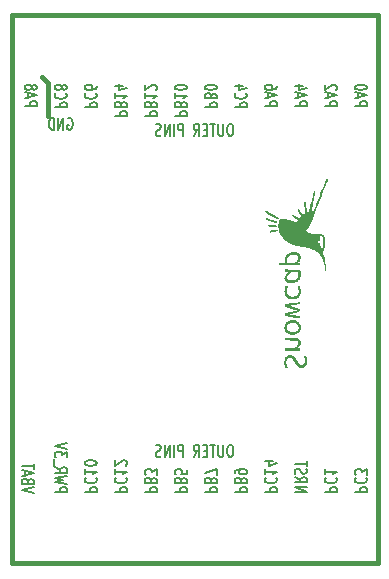
<source format=gbo>
G04 (created by PCBNEW-RS274X (2012-apr-16-27)-stable) date Sun 17 Nov 2013 02:19:30 PM EET*
G01*
G70*
G90*
%MOIN*%
G04 Gerber Fmt 3.4, Leading zero omitted, Abs format*
%FSLAX34Y34*%
G04 APERTURE LIST*
%ADD10C,0.006000*%
%ADD11C,0.015000*%
%ADD12C,0.007500*%
%ADD13C,0.000100*%
G04 APERTURE END LIST*
G54D10*
G54D11*
X26000Y-13700D02*
X25800Y-13500D01*
X26000Y-14800D02*
X26000Y-13700D01*
G54D12*
X26671Y-14881D02*
X26700Y-14862D01*
X26743Y-14862D01*
X26786Y-14881D01*
X26814Y-14919D01*
X26829Y-14957D01*
X26843Y-15033D01*
X26843Y-15090D01*
X26829Y-15167D01*
X26814Y-15205D01*
X26786Y-15243D01*
X26743Y-15262D01*
X26714Y-15262D01*
X26671Y-15243D01*
X26657Y-15224D01*
X26657Y-15090D01*
X26714Y-15090D01*
X26529Y-15262D02*
X26529Y-14862D01*
X26357Y-15262D01*
X26357Y-14862D01*
X26215Y-15262D02*
X26215Y-14862D01*
X26143Y-14862D01*
X26100Y-14881D01*
X26072Y-14919D01*
X26057Y-14957D01*
X26043Y-15033D01*
X26043Y-15090D01*
X26057Y-15167D01*
X26072Y-15205D01*
X26100Y-15243D01*
X26143Y-15262D01*
X26215Y-15262D01*
X36238Y-14472D02*
X36638Y-14472D01*
X36638Y-14357D01*
X36619Y-14329D01*
X36600Y-14314D01*
X36562Y-14300D01*
X36505Y-14300D01*
X36467Y-14314D01*
X36448Y-14329D01*
X36429Y-14357D01*
X36429Y-14472D01*
X36352Y-14186D02*
X36352Y-14043D01*
X36238Y-14214D02*
X36638Y-14114D01*
X36238Y-14014D01*
X36638Y-13857D02*
X36638Y-13829D01*
X36619Y-13800D01*
X36600Y-13786D01*
X36562Y-13772D01*
X36486Y-13757D01*
X36390Y-13757D01*
X36314Y-13772D01*
X36276Y-13786D01*
X36257Y-13800D01*
X36238Y-13829D01*
X36238Y-13857D01*
X36257Y-13886D01*
X36276Y-13900D01*
X36314Y-13915D01*
X36390Y-13929D01*
X36486Y-13929D01*
X36562Y-13915D01*
X36600Y-13900D01*
X36619Y-13886D01*
X36638Y-13857D01*
X35238Y-14472D02*
X35638Y-14472D01*
X35638Y-14357D01*
X35619Y-14329D01*
X35600Y-14314D01*
X35562Y-14300D01*
X35505Y-14300D01*
X35467Y-14314D01*
X35448Y-14329D01*
X35429Y-14357D01*
X35429Y-14472D01*
X35352Y-14186D02*
X35352Y-14043D01*
X35238Y-14214D02*
X35638Y-14114D01*
X35238Y-14014D01*
X35600Y-13929D02*
X35619Y-13915D01*
X35638Y-13886D01*
X35638Y-13815D01*
X35619Y-13786D01*
X35600Y-13772D01*
X35562Y-13757D01*
X35524Y-13757D01*
X35467Y-13772D01*
X35238Y-13943D01*
X35238Y-13757D01*
X34238Y-14472D02*
X34638Y-14472D01*
X34638Y-14357D01*
X34619Y-14329D01*
X34600Y-14314D01*
X34562Y-14300D01*
X34505Y-14300D01*
X34467Y-14314D01*
X34448Y-14329D01*
X34429Y-14357D01*
X34429Y-14472D01*
X34352Y-14186D02*
X34352Y-14043D01*
X34238Y-14214D02*
X34638Y-14114D01*
X34238Y-14014D01*
X34505Y-13786D02*
X34238Y-13786D01*
X34657Y-13857D02*
X34371Y-13929D01*
X34371Y-13743D01*
X33238Y-14472D02*
X33638Y-14472D01*
X33638Y-14357D01*
X33619Y-14329D01*
X33600Y-14314D01*
X33562Y-14300D01*
X33505Y-14300D01*
X33467Y-14314D01*
X33448Y-14329D01*
X33429Y-14357D01*
X33429Y-14472D01*
X33352Y-14186D02*
X33352Y-14043D01*
X33238Y-14214D02*
X33638Y-14114D01*
X33238Y-14014D01*
X33638Y-13786D02*
X33638Y-13843D01*
X33619Y-13872D01*
X33600Y-13886D01*
X33543Y-13915D01*
X33467Y-13929D01*
X33314Y-13929D01*
X33276Y-13915D01*
X33257Y-13900D01*
X33238Y-13872D01*
X33238Y-13815D01*
X33257Y-13786D01*
X33276Y-13772D01*
X33314Y-13757D01*
X33410Y-13757D01*
X33448Y-13772D01*
X33467Y-13786D01*
X33486Y-13815D01*
X33486Y-13872D01*
X33467Y-13900D01*
X33448Y-13915D01*
X33410Y-13929D01*
X32238Y-14515D02*
X32638Y-14515D01*
X32638Y-14400D01*
X32619Y-14372D01*
X32600Y-14357D01*
X32562Y-14343D01*
X32505Y-14343D01*
X32467Y-14357D01*
X32448Y-14372D01*
X32429Y-14400D01*
X32429Y-14515D01*
X32276Y-14043D02*
X32257Y-14057D01*
X32238Y-14100D01*
X32238Y-14129D01*
X32257Y-14172D01*
X32295Y-14200D01*
X32333Y-14215D01*
X32410Y-14229D01*
X32467Y-14229D01*
X32543Y-14215D01*
X32581Y-14200D01*
X32619Y-14172D01*
X32638Y-14129D01*
X32638Y-14100D01*
X32619Y-14057D01*
X32600Y-14043D01*
X32505Y-13786D02*
X32238Y-13786D01*
X32657Y-13857D02*
X32371Y-13929D01*
X32371Y-13743D01*
X31238Y-14515D02*
X31638Y-14515D01*
X31638Y-14400D01*
X31619Y-14372D01*
X31600Y-14357D01*
X31562Y-14343D01*
X31505Y-14343D01*
X31467Y-14357D01*
X31448Y-14372D01*
X31429Y-14400D01*
X31429Y-14515D01*
X31448Y-14115D02*
X31429Y-14072D01*
X31410Y-14057D01*
X31371Y-14043D01*
X31314Y-14043D01*
X31276Y-14057D01*
X31257Y-14072D01*
X31238Y-14100D01*
X31238Y-14215D01*
X31638Y-14215D01*
X31638Y-14115D01*
X31619Y-14086D01*
X31600Y-14072D01*
X31562Y-14057D01*
X31524Y-14057D01*
X31486Y-14072D01*
X31467Y-14086D01*
X31448Y-14115D01*
X31448Y-14215D01*
X31638Y-13857D02*
X31638Y-13829D01*
X31619Y-13800D01*
X31600Y-13786D01*
X31562Y-13772D01*
X31486Y-13757D01*
X31390Y-13757D01*
X31314Y-13772D01*
X31276Y-13786D01*
X31257Y-13800D01*
X31238Y-13829D01*
X31238Y-13857D01*
X31257Y-13886D01*
X31276Y-13900D01*
X31314Y-13915D01*
X31390Y-13929D01*
X31486Y-13929D01*
X31562Y-13915D01*
X31600Y-13900D01*
X31619Y-13886D01*
X31638Y-13857D01*
X30238Y-14801D02*
X30638Y-14801D01*
X30638Y-14686D01*
X30619Y-14658D01*
X30600Y-14643D01*
X30562Y-14629D01*
X30505Y-14629D01*
X30467Y-14643D01*
X30448Y-14658D01*
X30429Y-14686D01*
X30429Y-14801D01*
X30448Y-14401D02*
X30429Y-14358D01*
X30410Y-14343D01*
X30371Y-14329D01*
X30314Y-14329D01*
X30276Y-14343D01*
X30257Y-14358D01*
X30238Y-14386D01*
X30238Y-14501D01*
X30638Y-14501D01*
X30638Y-14401D01*
X30619Y-14372D01*
X30600Y-14358D01*
X30562Y-14343D01*
X30524Y-14343D01*
X30486Y-14358D01*
X30467Y-14372D01*
X30448Y-14401D01*
X30448Y-14501D01*
X30238Y-14043D02*
X30238Y-14215D01*
X30238Y-14129D02*
X30638Y-14129D01*
X30581Y-14158D01*
X30543Y-14186D01*
X30524Y-14215D01*
X30638Y-13857D02*
X30638Y-13829D01*
X30619Y-13800D01*
X30600Y-13786D01*
X30562Y-13772D01*
X30486Y-13757D01*
X30390Y-13757D01*
X30314Y-13772D01*
X30276Y-13786D01*
X30257Y-13800D01*
X30238Y-13829D01*
X30238Y-13857D01*
X30257Y-13886D01*
X30276Y-13900D01*
X30314Y-13915D01*
X30390Y-13929D01*
X30486Y-13929D01*
X30562Y-13915D01*
X30600Y-13900D01*
X30619Y-13886D01*
X30638Y-13857D01*
X29238Y-14801D02*
X29638Y-14801D01*
X29638Y-14686D01*
X29619Y-14658D01*
X29600Y-14643D01*
X29562Y-14629D01*
X29505Y-14629D01*
X29467Y-14643D01*
X29448Y-14658D01*
X29429Y-14686D01*
X29429Y-14801D01*
X29448Y-14401D02*
X29429Y-14358D01*
X29410Y-14343D01*
X29371Y-14329D01*
X29314Y-14329D01*
X29276Y-14343D01*
X29257Y-14358D01*
X29238Y-14386D01*
X29238Y-14501D01*
X29638Y-14501D01*
X29638Y-14401D01*
X29619Y-14372D01*
X29600Y-14358D01*
X29562Y-14343D01*
X29524Y-14343D01*
X29486Y-14358D01*
X29467Y-14372D01*
X29448Y-14401D01*
X29448Y-14501D01*
X29238Y-14043D02*
X29238Y-14215D01*
X29238Y-14129D02*
X29638Y-14129D01*
X29581Y-14158D01*
X29543Y-14186D01*
X29524Y-14215D01*
X29600Y-13929D02*
X29619Y-13915D01*
X29638Y-13886D01*
X29638Y-13815D01*
X29619Y-13786D01*
X29600Y-13772D01*
X29562Y-13757D01*
X29524Y-13757D01*
X29467Y-13772D01*
X29238Y-13943D01*
X29238Y-13757D01*
X28238Y-14801D02*
X28638Y-14801D01*
X28638Y-14686D01*
X28619Y-14658D01*
X28600Y-14643D01*
X28562Y-14629D01*
X28505Y-14629D01*
X28467Y-14643D01*
X28448Y-14658D01*
X28429Y-14686D01*
X28429Y-14801D01*
X28448Y-14401D02*
X28429Y-14358D01*
X28410Y-14343D01*
X28371Y-14329D01*
X28314Y-14329D01*
X28276Y-14343D01*
X28257Y-14358D01*
X28238Y-14386D01*
X28238Y-14501D01*
X28638Y-14501D01*
X28638Y-14401D01*
X28619Y-14372D01*
X28600Y-14358D01*
X28562Y-14343D01*
X28524Y-14343D01*
X28486Y-14358D01*
X28467Y-14372D01*
X28448Y-14401D01*
X28448Y-14501D01*
X28238Y-14043D02*
X28238Y-14215D01*
X28238Y-14129D02*
X28638Y-14129D01*
X28581Y-14158D01*
X28543Y-14186D01*
X28524Y-14215D01*
X28505Y-13786D02*
X28238Y-13786D01*
X28657Y-13857D02*
X28371Y-13929D01*
X28371Y-13743D01*
X27238Y-14515D02*
X27638Y-14515D01*
X27638Y-14400D01*
X27619Y-14372D01*
X27600Y-14357D01*
X27562Y-14343D01*
X27505Y-14343D01*
X27467Y-14357D01*
X27448Y-14372D01*
X27429Y-14400D01*
X27429Y-14515D01*
X27276Y-14043D02*
X27257Y-14057D01*
X27238Y-14100D01*
X27238Y-14129D01*
X27257Y-14172D01*
X27295Y-14200D01*
X27333Y-14215D01*
X27410Y-14229D01*
X27467Y-14229D01*
X27543Y-14215D01*
X27581Y-14200D01*
X27619Y-14172D01*
X27638Y-14129D01*
X27638Y-14100D01*
X27619Y-14057D01*
X27600Y-14043D01*
X27638Y-13786D02*
X27638Y-13843D01*
X27619Y-13872D01*
X27600Y-13886D01*
X27543Y-13915D01*
X27467Y-13929D01*
X27314Y-13929D01*
X27276Y-13915D01*
X27257Y-13900D01*
X27238Y-13872D01*
X27238Y-13815D01*
X27257Y-13786D01*
X27276Y-13772D01*
X27314Y-13757D01*
X27410Y-13757D01*
X27448Y-13772D01*
X27467Y-13786D01*
X27486Y-13815D01*
X27486Y-13872D01*
X27467Y-13900D01*
X27448Y-13915D01*
X27410Y-13929D01*
X26238Y-14515D02*
X26638Y-14515D01*
X26638Y-14400D01*
X26619Y-14372D01*
X26600Y-14357D01*
X26562Y-14343D01*
X26505Y-14343D01*
X26467Y-14357D01*
X26448Y-14372D01*
X26429Y-14400D01*
X26429Y-14515D01*
X26276Y-14043D02*
X26257Y-14057D01*
X26238Y-14100D01*
X26238Y-14129D01*
X26257Y-14172D01*
X26295Y-14200D01*
X26333Y-14215D01*
X26410Y-14229D01*
X26467Y-14229D01*
X26543Y-14215D01*
X26581Y-14200D01*
X26619Y-14172D01*
X26638Y-14129D01*
X26638Y-14100D01*
X26619Y-14057D01*
X26600Y-14043D01*
X26467Y-13872D02*
X26486Y-13900D01*
X26505Y-13915D01*
X26543Y-13929D01*
X26562Y-13929D01*
X26600Y-13915D01*
X26619Y-13900D01*
X26638Y-13872D01*
X26638Y-13815D01*
X26619Y-13786D01*
X26600Y-13772D01*
X26562Y-13757D01*
X26543Y-13757D01*
X26505Y-13772D01*
X26486Y-13786D01*
X26467Y-13815D01*
X26467Y-13872D01*
X26448Y-13900D01*
X26429Y-13915D01*
X26390Y-13929D01*
X26314Y-13929D01*
X26276Y-13915D01*
X26257Y-13900D01*
X26238Y-13872D01*
X26238Y-13815D01*
X26257Y-13786D01*
X26276Y-13772D01*
X26314Y-13757D01*
X26390Y-13757D01*
X26429Y-13772D01*
X26448Y-13786D01*
X26467Y-13815D01*
X25238Y-14472D02*
X25638Y-14472D01*
X25638Y-14357D01*
X25619Y-14329D01*
X25600Y-14314D01*
X25562Y-14300D01*
X25505Y-14300D01*
X25467Y-14314D01*
X25448Y-14329D01*
X25429Y-14357D01*
X25429Y-14472D01*
X25352Y-14186D02*
X25352Y-14043D01*
X25238Y-14214D02*
X25638Y-14114D01*
X25238Y-14014D01*
X25467Y-13872D02*
X25486Y-13900D01*
X25505Y-13915D01*
X25543Y-13929D01*
X25562Y-13929D01*
X25600Y-13915D01*
X25619Y-13900D01*
X25638Y-13872D01*
X25638Y-13815D01*
X25619Y-13786D01*
X25600Y-13772D01*
X25562Y-13757D01*
X25543Y-13757D01*
X25505Y-13772D01*
X25486Y-13786D01*
X25467Y-13815D01*
X25467Y-13872D01*
X25448Y-13900D01*
X25429Y-13915D01*
X25390Y-13929D01*
X25314Y-13929D01*
X25276Y-13915D01*
X25257Y-13900D01*
X25238Y-13872D01*
X25238Y-13815D01*
X25257Y-13786D01*
X25276Y-13772D01*
X25314Y-13757D01*
X25390Y-13757D01*
X25429Y-13772D01*
X25448Y-13786D01*
X25467Y-13815D01*
X32121Y-15062D02*
X32064Y-15062D01*
X32036Y-15081D01*
X32007Y-15119D01*
X31993Y-15195D01*
X31993Y-15329D01*
X32007Y-15405D01*
X32036Y-15443D01*
X32064Y-15462D01*
X32121Y-15462D01*
X32150Y-15443D01*
X32179Y-15405D01*
X32193Y-15329D01*
X32193Y-15195D01*
X32179Y-15119D01*
X32150Y-15081D01*
X32121Y-15062D01*
X31865Y-15062D02*
X31865Y-15386D01*
X31850Y-15424D01*
X31836Y-15443D01*
X31807Y-15462D01*
X31750Y-15462D01*
X31722Y-15443D01*
X31707Y-15424D01*
X31693Y-15386D01*
X31693Y-15062D01*
X31593Y-15062D02*
X31422Y-15062D01*
X31508Y-15462D02*
X31508Y-15062D01*
X31322Y-15252D02*
X31222Y-15252D01*
X31179Y-15462D02*
X31322Y-15462D01*
X31322Y-15062D01*
X31179Y-15062D01*
X30879Y-15462D02*
X30979Y-15271D01*
X31051Y-15462D02*
X31051Y-15062D01*
X30936Y-15062D01*
X30908Y-15081D01*
X30893Y-15100D01*
X30879Y-15138D01*
X30879Y-15195D01*
X30893Y-15233D01*
X30908Y-15252D01*
X30936Y-15271D01*
X31051Y-15271D01*
X30522Y-15462D02*
X30522Y-15062D01*
X30407Y-15062D01*
X30379Y-15081D01*
X30364Y-15100D01*
X30350Y-15138D01*
X30350Y-15195D01*
X30364Y-15233D01*
X30379Y-15252D01*
X30407Y-15271D01*
X30522Y-15271D01*
X30222Y-15462D02*
X30222Y-15062D01*
X30079Y-15462D02*
X30079Y-15062D01*
X29907Y-15462D01*
X29907Y-15062D01*
X29779Y-15443D02*
X29736Y-15462D01*
X29665Y-15462D01*
X29636Y-15443D01*
X29622Y-15424D01*
X29607Y-15386D01*
X29607Y-15348D01*
X29622Y-15310D01*
X29636Y-15290D01*
X29665Y-15271D01*
X29722Y-15252D01*
X29750Y-15233D01*
X29765Y-15214D01*
X29779Y-15176D01*
X29779Y-15138D01*
X29765Y-15100D01*
X29750Y-15081D01*
X29722Y-15062D01*
X29650Y-15062D01*
X29607Y-15081D01*
X36238Y-27329D02*
X36638Y-27329D01*
X36638Y-27214D01*
X36619Y-27186D01*
X36600Y-27171D01*
X36562Y-27157D01*
X36505Y-27157D01*
X36467Y-27171D01*
X36448Y-27186D01*
X36429Y-27214D01*
X36429Y-27329D01*
X36276Y-26857D02*
X36257Y-26871D01*
X36238Y-26914D01*
X36238Y-26943D01*
X36257Y-26986D01*
X36295Y-27014D01*
X36333Y-27029D01*
X36410Y-27043D01*
X36467Y-27043D01*
X36543Y-27029D01*
X36581Y-27014D01*
X36619Y-26986D01*
X36638Y-26943D01*
X36638Y-26914D01*
X36619Y-26871D01*
X36600Y-26857D01*
X36638Y-26757D02*
X36638Y-26571D01*
X36486Y-26671D01*
X36486Y-26629D01*
X36467Y-26600D01*
X36448Y-26586D01*
X36410Y-26571D01*
X36314Y-26571D01*
X36276Y-26586D01*
X36257Y-26600D01*
X36238Y-26629D01*
X36238Y-26714D01*
X36257Y-26743D01*
X36276Y-26757D01*
X35238Y-27329D02*
X35638Y-27329D01*
X35638Y-27214D01*
X35619Y-27186D01*
X35600Y-27171D01*
X35562Y-27157D01*
X35505Y-27157D01*
X35467Y-27171D01*
X35448Y-27186D01*
X35429Y-27214D01*
X35429Y-27329D01*
X35276Y-26857D02*
X35257Y-26871D01*
X35238Y-26914D01*
X35238Y-26943D01*
X35257Y-26986D01*
X35295Y-27014D01*
X35333Y-27029D01*
X35410Y-27043D01*
X35467Y-27043D01*
X35543Y-27029D01*
X35581Y-27014D01*
X35619Y-26986D01*
X35638Y-26943D01*
X35638Y-26914D01*
X35619Y-26871D01*
X35600Y-26857D01*
X35238Y-26571D02*
X35238Y-26743D01*
X35238Y-26657D02*
X35638Y-26657D01*
X35581Y-26686D01*
X35543Y-26714D01*
X35524Y-26743D01*
X34238Y-27329D02*
X34638Y-27329D01*
X34238Y-27157D01*
X34638Y-27157D01*
X34238Y-26843D02*
X34429Y-26943D01*
X34238Y-27015D02*
X34638Y-27015D01*
X34638Y-26900D01*
X34619Y-26872D01*
X34600Y-26857D01*
X34562Y-26843D01*
X34505Y-26843D01*
X34467Y-26857D01*
X34448Y-26872D01*
X34429Y-26900D01*
X34429Y-27015D01*
X34257Y-26729D02*
X34238Y-26686D01*
X34238Y-26615D01*
X34257Y-26586D01*
X34276Y-26572D01*
X34314Y-26557D01*
X34352Y-26557D01*
X34390Y-26572D01*
X34410Y-26586D01*
X34429Y-26615D01*
X34448Y-26672D01*
X34467Y-26700D01*
X34486Y-26715D01*
X34524Y-26729D01*
X34562Y-26729D01*
X34600Y-26715D01*
X34619Y-26700D01*
X34638Y-26672D01*
X34638Y-26600D01*
X34619Y-26557D01*
X34638Y-26471D02*
X34638Y-26300D01*
X34238Y-26386D02*
X34638Y-26386D01*
X33238Y-27329D02*
X33638Y-27329D01*
X33638Y-27214D01*
X33619Y-27186D01*
X33600Y-27171D01*
X33562Y-27157D01*
X33505Y-27157D01*
X33467Y-27171D01*
X33448Y-27186D01*
X33429Y-27214D01*
X33429Y-27329D01*
X33276Y-26857D02*
X33257Y-26871D01*
X33238Y-26914D01*
X33238Y-26943D01*
X33257Y-26986D01*
X33295Y-27014D01*
X33333Y-27029D01*
X33410Y-27043D01*
X33467Y-27043D01*
X33543Y-27029D01*
X33581Y-27014D01*
X33619Y-26986D01*
X33638Y-26943D01*
X33638Y-26914D01*
X33619Y-26871D01*
X33600Y-26857D01*
X33238Y-26571D02*
X33238Y-26743D01*
X33238Y-26657D02*
X33638Y-26657D01*
X33581Y-26686D01*
X33543Y-26714D01*
X33524Y-26743D01*
X33505Y-26314D02*
X33238Y-26314D01*
X33657Y-26385D02*
X33371Y-26457D01*
X33371Y-26271D01*
X32238Y-27329D02*
X32638Y-27329D01*
X32638Y-27214D01*
X32619Y-27186D01*
X32600Y-27171D01*
X32562Y-27157D01*
X32505Y-27157D01*
X32467Y-27171D01*
X32448Y-27186D01*
X32429Y-27214D01*
X32429Y-27329D01*
X32448Y-26929D02*
X32429Y-26886D01*
X32410Y-26871D01*
X32371Y-26857D01*
X32314Y-26857D01*
X32276Y-26871D01*
X32257Y-26886D01*
X32238Y-26914D01*
X32238Y-27029D01*
X32638Y-27029D01*
X32638Y-26929D01*
X32619Y-26900D01*
X32600Y-26886D01*
X32562Y-26871D01*
X32524Y-26871D01*
X32486Y-26886D01*
X32467Y-26900D01*
X32448Y-26929D01*
X32448Y-27029D01*
X32238Y-26714D02*
X32238Y-26657D01*
X32257Y-26629D01*
X32276Y-26614D01*
X32333Y-26586D01*
X32410Y-26571D01*
X32562Y-26571D01*
X32600Y-26586D01*
X32619Y-26600D01*
X32638Y-26629D01*
X32638Y-26686D01*
X32619Y-26714D01*
X32600Y-26729D01*
X32562Y-26743D01*
X32467Y-26743D01*
X32429Y-26729D01*
X32410Y-26714D01*
X32390Y-26686D01*
X32390Y-26629D01*
X32410Y-26600D01*
X32429Y-26586D01*
X32467Y-26571D01*
X31238Y-27329D02*
X31638Y-27329D01*
X31638Y-27214D01*
X31619Y-27186D01*
X31600Y-27171D01*
X31562Y-27157D01*
X31505Y-27157D01*
X31467Y-27171D01*
X31448Y-27186D01*
X31429Y-27214D01*
X31429Y-27329D01*
X31448Y-26929D02*
X31429Y-26886D01*
X31410Y-26871D01*
X31371Y-26857D01*
X31314Y-26857D01*
X31276Y-26871D01*
X31257Y-26886D01*
X31238Y-26914D01*
X31238Y-27029D01*
X31638Y-27029D01*
X31638Y-26929D01*
X31619Y-26900D01*
X31600Y-26886D01*
X31562Y-26871D01*
X31524Y-26871D01*
X31486Y-26886D01*
X31467Y-26900D01*
X31448Y-26929D01*
X31448Y-27029D01*
X31638Y-26757D02*
X31638Y-26557D01*
X31238Y-26686D01*
X30238Y-27329D02*
X30638Y-27329D01*
X30638Y-27214D01*
X30619Y-27186D01*
X30600Y-27171D01*
X30562Y-27157D01*
X30505Y-27157D01*
X30467Y-27171D01*
X30448Y-27186D01*
X30429Y-27214D01*
X30429Y-27329D01*
X30448Y-26929D02*
X30429Y-26886D01*
X30410Y-26871D01*
X30371Y-26857D01*
X30314Y-26857D01*
X30276Y-26871D01*
X30257Y-26886D01*
X30238Y-26914D01*
X30238Y-27029D01*
X30638Y-27029D01*
X30638Y-26929D01*
X30619Y-26900D01*
X30600Y-26886D01*
X30562Y-26871D01*
X30524Y-26871D01*
X30486Y-26886D01*
X30467Y-26900D01*
X30448Y-26929D01*
X30448Y-27029D01*
X30638Y-26586D02*
X30638Y-26729D01*
X30448Y-26743D01*
X30467Y-26729D01*
X30486Y-26700D01*
X30486Y-26629D01*
X30467Y-26600D01*
X30448Y-26586D01*
X30410Y-26571D01*
X30314Y-26571D01*
X30276Y-26586D01*
X30257Y-26600D01*
X30238Y-26629D01*
X30238Y-26700D01*
X30257Y-26729D01*
X30276Y-26743D01*
X29238Y-27329D02*
X29638Y-27329D01*
X29638Y-27214D01*
X29619Y-27186D01*
X29600Y-27171D01*
X29562Y-27157D01*
X29505Y-27157D01*
X29467Y-27171D01*
X29448Y-27186D01*
X29429Y-27214D01*
X29429Y-27329D01*
X29448Y-26929D02*
X29429Y-26886D01*
X29410Y-26871D01*
X29371Y-26857D01*
X29314Y-26857D01*
X29276Y-26871D01*
X29257Y-26886D01*
X29238Y-26914D01*
X29238Y-27029D01*
X29638Y-27029D01*
X29638Y-26929D01*
X29619Y-26900D01*
X29600Y-26886D01*
X29562Y-26871D01*
X29524Y-26871D01*
X29486Y-26886D01*
X29467Y-26900D01*
X29448Y-26929D01*
X29448Y-27029D01*
X29638Y-26757D02*
X29638Y-26571D01*
X29486Y-26671D01*
X29486Y-26629D01*
X29467Y-26600D01*
X29448Y-26586D01*
X29410Y-26571D01*
X29314Y-26571D01*
X29276Y-26586D01*
X29257Y-26600D01*
X29238Y-26629D01*
X29238Y-26714D01*
X29257Y-26743D01*
X29276Y-26757D01*
X28238Y-27329D02*
X28638Y-27329D01*
X28638Y-27214D01*
X28619Y-27186D01*
X28600Y-27171D01*
X28562Y-27157D01*
X28505Y-27157D01*
X28467Y-27171D01*
X28448Y-27186D01*
X28429Y-27214D01*
X28429Y-27329D01*
X28276Y-26857D02*
X28257Y-26871D01*
X28238Y-26914D01*
X28238Y-26943D01*
X28257Y-26986D01*
X28295Y-27014D01*
X28333Y-27029D01*
X28410Y-27043D01*
X28467Y-27043D01*
X28543Y-27029D01*
X28581Y-27014D01*
X28619Y-26986D01*
X28638Y-26943D01*
X28638Y-26914D01*
X28619Y-26871D01*
X28600Y-26857D01*
X28238Y-26571D02*
X28238Y-26743D01*
X28238Y-26657D02*
X28638Y-26657D01*
X28581Y-26686D01*
X28543Y-26714D01*
X28524Y-26743D01*
X28600Y-26457D02*
X28619Y-26443D01*
X28638Y-26414D01*
X28638Y-26343D01*
X28619Y-26314D01*
X28600Y-26300D01*
X28562Y-26285D01*
X28524Y-26285D01*
X28467Y-26300D01*
X28238Y-26471D01*
X28238Y-26285D01*
X27238Y-27329D02*
X27638Y-27329D01*
X27638Y-27214D01*
X27619Y-27186D01*
X27600Y-27171D01*
X27562Y-27157D01*
X27505Y-27157D01*
X27467Y-27171D01*
X27448Y-27186D01*
X27429Y-27214D01*
X27429Y-27329D01*
X27276Y-26857D02*
X27257Y-26871D01*
X27238Y-26914D01*
X27238Y-26943D01*
X27257Y-26986D01*
X27295Y-27014D01*
X27333Y-27029D01*
X27410Y-27043D01*
X27467Y-27043D01*
X27543Y-27029D01*
X27581Y-27014D01*
X27619Y-26986D01*
X27638Y-26943D01*
X27638Y-26914D01*
X27619Y-26871D01*
X27600Y-26857D01*
X27238Y-26571D02*
X27238Y-26743D01*
X27238Y-26657D02*
X27638Y-26657D01*
X27581Y-26686D01*
X27543Y-26714D01*
X27524Y-26743D01*
X27638Y-26385D02*
X27638Y-26357D01*
X27619Y-26328D01*
X27600Y-26314D01*
X27562Y-26300D01*
X27486Y-26285D01*
X27390Y-26285D01*
X27314Y-26300D01*
X27276Y-26314D01*
X27257Y-26328D01*
X27238Y-26357D01*
X27238Y-26385D01*
X27257Y-26414D01*
X27276Y-26428D01*
X27314Y-26443D01*
X27390Y-26457D01*
X27486Y-26457D01*
X27562Y-26443D01*
X27600Y-26428D01*
X27619Y-26414D01*
X27638Y-26385D01*
X26238Y-27329D02*
X26638Y-27329D01*
X26638Y-27214D01*
X26619Y-27186D01*
X26600Y-27171D01*
X26562Y-27157D01*
X26505Y-27157D01*
X26467Y-27171D01*
X26448Y-27186D01*
X26429Y-27214D01*
X26429Y-27329D01*
X26638Y-27057D02*
X26238Y-26986D01*
X26524Y-26929D01*
X26238Y-26871D01*
X26638Y-26800D01*
X26238Y-26514D02*
X26429Y-26614D01*
X26238Y-26686D02*
X26638Y-26686D01*
X26638Y-26571D01*
X26619Y-26543D01*
X26600Y-26528D01*
X26562Y-26514D01*
X26505Y-26514D01*
X26467Y-26528D01*
X26448Y-26543D01*
X26429Y-26571D01*
X26429Y-26686D01*
X26200Y-26457D02*
X26200Y-26228D01*
X26638Y-26185D02*
X26638Y-25999D01*
X26486Y-26099D01*
X26486Y-26057D01*
X26467Y-26028D01*
X26448Y-26014D01*
X26410Y-25999D01*
X26314Y-25999D01*
X26276Y-26014D01*
X26257Y-26028D01*
X26238Y-26057D01*
X26238Y-26142D01*
X26257Y-26171D01*
X26276Y-26185D01*
X26638Y-25913D02*
X26238Y-25813D01*
X26638Y-25713D01*
X25538Y-27371D02*
X25138Y-27271D01*
X25538Y-27171D01*
X25348Y-26972D02*
X25329Y-26929D01*
X25310Y-26914D01*
X25271Y-26900D01*
X25214Y-26900D01*
X25176Y-26914D01*
X25157Y-26929D01*
X25138Y-26957D01*
X25138Y-27072D01*
X25538Y-27072D01*
X25538Y-26972D01*
X25519Y-26943D01*
X25500Y-26929D01*
X25462Y-26914D01*
X25424Y-26914D01*
X25386Y-26929D01*
X25367Y-26943D01*
X25348Y-26972D01*
X25348Y-27072D01*
X25252Y-26786D02*
X25252Y-26643D01*
X25138Y-26814D02*
X25538Y-26714D01*
X25138Y-26614D01*
X25538Y-26557D02*
X25538Y-26386D01*
X25138Y-26472D02*
X25538Y-26472D01*
X32121Y-25762D02*
X32064Y-25762D01*
X32036Y-25781D01*
X32007Y-25819D01*
X31993Y-25895D01*
X31993Y-26029D01*
X32007Y-26105D01*
X32036Y-26143D01*
X32064Y-26162D01*
X32121Y-26162D01*
X32150Y-26143D01*
X32179Y-26105D01*
X32193Y-26029D01*
X32193Y-25895D01*
X32179Y-25819D01*
X32150Y-25781D01*
X32121Y-25762D01*
X31865Y-25762D02*
X31865Y-26086D01*
X31850Y-26124D01*
X31836Y-26143D01*
X31807Y-26162D01*
X31750Y-26162D01*
X31722Y-26143D01*
X31707Y-26124D01*
X31693Y-26086D01*
X31693Y-25762D01*
X31593Y-25762D02*
X31422Y-25762D01*
X31508Y-26162D02*
X31508Y-25762D01*
X31322Y-25952D02*
X31222Y-25952D01*
X31179Y-26162D02*
X31322Y-26162D01*
X31322Y-25762D01*
X31179Y-25762D01*
X30879Y-26162D02*
X30979Y-25971D01*
X31051Y-26162D02*
X31051Y-25762D01*
X30936Y-25762D01*
X30908Y-25781D01*
X30893Y-25800D01*
X30879Y-25838D01*
X30879Y-25895D01*
X30893Y-25933D01*
X30908Y-25952D01*
X30936Y-25971D01*
X31051Y-25971D01*
X30522Y-26162D02*
X30522Y-25762D01*
X30407Y-25762D01*
X30379Y-25781D01*
X30364Y-25800D01*
X30350Y-25838D01*
X30350Y-25895D01*
X30364Y-25933D01*
X30379Y-25952D01*
X30407Y-25971D01*
X30522Y-25971D01*
X30222Y-26162D02*
X30222Y-25762D01*
X30079Y-26162D02*
X30079Y-25762D01*
X29907Y-26162D01*
X29907Y-25762D01*
X29779Y-26143D02*
X29736Y-26162D01*
X29665Y-26162D01*
X29636Y-26143D01*
X29622Y-26124D01*
X29607Y-26086D01*
X29607Y-26048D01*
X29622Y-26010D01*
X29636Y-25990D01*
X29665Y-25971D01*
X29722Y-25952D01*
X29750Y-25933D01*
X29765Y-25914D01*
X29779Y-25876D01*
X29779Y-25838D01*
X29765Y-25800D01*
X29750Y-25781D01*
X29722Y-25762D01*
X29650Y-25762D01*
X29607Y-25781D01*
G54D11*
X24800Y-29700D02*
X24800Y-11450D01*
X37000Y-29700D02*
X24800Y-29700D01*
X37000Y-11450D02*
X37000Y-29700D01*
X24800Y-11450D02*
X37000Y-11450D01*
G54D13*
G36*
X33678Y-18238D02*
X33671Y-18236D01*
X33659Y-18232D01*
X33642Y-18226D01*
X33623Y-18217D01*
X33601Y-18207D01*
X33576Y-18195D01*
X33551Y-18182D01*
X33525Y-18169D01*
X33498Y-18155D01*
X33473Y-18141D01*
X33449Y-18128D01*
X33431Y-18117D01*
X33407Y-18103D01*
X33383Y-18088D01*
X33359Y-18072D01*
X33335Y-18056D01*
X33314Y-18041D01*
X33294Y-18027D01*
X33278Y-18015D01*
X33265Y-18005D01*
X33258Y-17998D01*
X33251Y-17987D01*
X33250Y-17975D01*
X33252Y-17966D01*
X33257Y-17959D01*
X33264Y-17953D01*
X33272Y-17949D01*
X33281Y-17949D01*
X33291Y-17952D01*
X33305Y-17960D01*
X33320Y-17971D01*
X33374Y-18009D01*
X33432Y-18047D01*
X33493Y-18083D01*
X33556Y-18117D01*
X33619Y-18148D01*
X33646Y-18161D01*
X33663Y-18168D01*
X33677Y-18175D01*
X33689Y-18181D01*
X33698Y-18186D01*
X33700Y-18188D01*
X33707Y-18198D01*
X33709Y-18209D01*
X33707Y-18220D01*
X33700Y-18230D01*
X33689Y-18236D01*
X33678Y-18238D01*
X33678Y-18238D01*
X33678Y-18238D01*
G37*
G36*
X33637Y-18369D02*
X33630Y-18368D01*
X33624Y-18367D01*
X33614Y-18364D01*
X33599Y-18359D01*
X33580Y-18354D01*
X33558Y-18347D01*
X33533Y-18339D01*
X33506Y-18331D01*
X33479Y-18323D01*
X33451Y-18315D01*
X33423Y-18306D01*
X33397Y-18298D01*
X33372Y-18290D01*
X33349Y-18283D01*
X33330Y-18277D01*
X33315Y-18273D01*
X33304Y-18269D01*
X33299Y-18267D01*
X33286Y-18261D01*
X33278Y-18251D01*
X33276Y-18239D01*
X33276Y-18237D01*
X33278Y-18225D01*
X33283Y-18217D01*
X33293Y-18211D01*
X33303Y-18209D01*
X33308Y-18210D01*
X33318Y-18213D01*
X33333Y-18217D01*
X33351Y-18222D01*
X33373Y-18229D01*
X33398Y-18236D01*
X33425Y-18244D01*
X33452Y-18252D01*
X33481Y-18260D01*
X33509Y-18269D01*
X33536Y-18277D01*
X33562Y-18285D01*
X33586Y-18292D01*
X33606Y-18299D01*
X33623Y-18305D01*
X33636Y-18309D01*
X33644Y-18312D01*
X33645Y-18312D01*
X33656Y-18320D01*
X33662Y-18330D01*
X33663Y-18342D01*
X33660Y-18353D01*
X33651Y-18363D01*
X33645Y-18367D01*
X33637Y-18369D01*
X33637Y-18369D01*
X33637Y-18369D01*
G37*
G36*
X33612Y-18507D02*
X33603Y-18506D01*
X33590Y-18505D01*
X33573Y-18504D01*
X33551Y-18502D01*
X33525Y-18499D01*
X33499Y-18496D01*
X33471Y-18493D01*
X33445Y-18491D01*
X33422Y-18488D01*
X33401Y-18486D01*
X33384Y-18484D01*
X33372Y-18483D01*
X33365Y-18482D01*
X33364Y-18482D01*
X33355Y-18478D01*
X33346Y-18472D01*
X33345Y-18471D01*
X33337Y-18460D01*
X33336Y-18449D01*
X33341Y-18437D01*
X33344Y-18433D01*
X33347Y-18430D01*
X33350Y-18428D01*
X33353Y-18426D01*
X33358Y-18424D01*
X33364Y-18424D01*
X33372Y-18424D01*
X33384Y-18424D01*
X33398Y-18425D01*
X33417Y-18427D01*
X33440Y-18429D01*
X33469Y-18432D01*
X33502Y-18435D01*
X33509Y-18436D01*
X33543Y-18440D01*
X33571Y-18443D01*
X33594Y-18446D01*
X33612Y-18448D01*
X33625Y-18450D01*
X33633Y-18452D01*
X33637Y-18454D01*
X33637Y-18454D01*
X33646Y-18463D01*
X33650Y-18474D01*
X33649Y-18486D01*
X33643Y-18496D01*
X33635Y-18503D01*
X33632Y-18505D01*
X33629Y-18506D01*
X33625Y-18506D01*
X33620Y-18507D01*
X33612Y-18507D01*
X33612Y-18507D01*
X33612Y-18507D01*
G37*
G36*
X33423Y-18694D02*
X33419Y-18693D01*
X33408Y-18688D01*
X33400Y-18680D01*
X33396Y-18668D01*
X33396Y-18657D01*
X33400Y-18648D01*
X33408Y-18641D01*
X33422Y-18632D01*
X33440Y-18623D01*
X33462Y-18615D01*
X33487Y-18608D01*
X33490Y-18607D01*
X33509Y-18602D01*
X33531Y-18598D01*
X33556Y-18594D01*
X33580Y-18591D01*
X33603Y-18589D01*
X33621Y-18588D01*
X33625Y-18588D01*
X33638Y-18588D01*
X33647Y-18589D01*
X33652Y-18590D01*
X33657Y-18594D01*
X33660Y-18597D01*
X33668Y-18608D01*
X33670Y-18620D01*
X33665Y-18633D01*
X33662Y-18637D01*
X33659Y-18641D01*
X33654Y-18643D01*
X33648Y-18645D01*
X33638Y-18646D01*
X33623Y-18648D01*
X33622Y-18648D01*
X33578Y-18652D01*
X33540Y-18658D01*
X33507Y-18665D01*
X33478Y-18674D01*
X33453Y-18684D01*
X33440Y-18690D01*
X33430Y-18693D01*
X33423Y-18694D01*
X33423Y-18694D01*
X33423Y-18694D01*
G37*
G36*
X35268Y-19952D02*
X35265Y-19952D01*
X35263Y-19949D01*
X35262Y-19943D01*
X35261Y-19933D01*
X35260Y-19922D01*
X35258Y-19891D01*
X35255Y-19863D01*
X35251Y-19837D01*
X35246Y-19811D01*
X35240Y-19784D01*
X35232Y-19754D01*
X35223Y-19720D01*
X35217Y-19700D01*
X35204Y-19662D01*
X35189Y-19621D01*
X35172Y-19579D01*
X35153Y-19538D01*
X35133Y-19498D01*
X35113Y-19461D01*
X35093Y-19427D01*
X35074Y-19398D01*
X35072Y-19396D01*
X35066Y-19389D01*
X35055Y-19379D01*
X35041Y-19368D01*
X35023Y-19355D01*
X35004Y-19341D01*
X34985Y-19328D01*
X34974Y-19320D01*
X35121Y-19320D01*
X35133Y-19290D01*
X35142Y-19264D01*
X35152Y-19233D01*
X35162Y-19200D01*
X35172Y-19166D01*
X35180Y-19132D01*
X35187Y-19101D01*
X35193Y-19073D01*
X35194Y-19065D01*
X35196Y-19046D01*
X35198Y-19023D01*
X35199Y-18999D01*
X35199Y-18973D01*
X35199Y-18949D01*
X35198Y-18926D01*
X35196Y-18908D01*
X35194Y-18897D01*
X35188Y-18875D01*
X35179Y-18854D01*
X35169Y-18835D01*
X35157Y-18821D01*
X35142Y-18809D01*
X35120Y-18801D01*
X35102Y-18797D01*
X35089Y-18795D01*
X35080Y-18813D01*
X35076Y-18821D01*
X35074Y-18828D01*
X35073Y-18835D01*
X35072Y-18844D01*
X35073Y-18857D01*
X35073Y-18866D01*
X35075Y-18884D01*
X35077Y-18904D01*
X35079Y-18921D01*
X35080Y-18929D01*
X35082Y-18942D01*
X35083Y-18952D01*
X35084Y-18958D01*
X35083Y-18959D01*
X35082Y-18958D01*
X35082Y-18957D01*
X35079Y-18953D01*
X35072Y-18949D01*
X35064Y-18945D01*
X35057Y-18944D01*
X35057Y-18944D01*
X35048Y-18947D01*
X35040Y-18954D01*
X35032Y-18964D01*
X35029Y-18971D01*
X35026Y-18986D01*
X35026Y-19005D01*
X35028Y-19025D01*
X35033Y-19044D01*
X35035Y-19049D01*
X35041Y-19060D01*
X35047Y-19067D01*
X35054Y-19071D01*
X35055Y-19071D01*
X35066Y-19074D01*
X35077Y-19071D01*
X35086Y-19063D01*
X35089Y-19060D01*
X35097Y-19049D01*
X35097Y-19074D01*
X35098Y-19088D01*
X35099Y-19106D01*
X35100Y-19129D01*
X35103Y-19155D01*
X35105Y-19182D01*
X35108Y-19210D01*
X35110Y-19237D01*
X35113Y-19262D01*
X35116Y-19285D01*
X35119Y-19304D01*
X35119Y-19305D01*
X35121Y-19320D01*
X34974Y-19320D01*
X34965Y-19314D01*
X34947Y-19302D01*
X34930Y-19292D01*
X34916Y-19285D01*
X34916Y-19285D01*
X34880Y-19267D01*
X34844Y-19252D01*
X34808Y-19237D01*
X34771Y-19224D01*
X34732Y-19212D01*
X34691Y-19201D01*
X34646Y-19190D01*
X34598Y-19180D01*
X34545Y-19170D01*
X34488Y-19160D01*
X34437Y-19152D01*
X34395Y-19145D01*
X34359Y-19139D01*
X34327Y-19133D01*
X34300Y-19127D01*
X34274Y-19122D01*
X34251Y-19116D01*
X34230Y-19109D01*
X34208Y-19102D01*
X34187Y-19094D01*
X34177Y-19090D01*
X34129Y-19070D01*
X34085Y-19050D01*
X34045Y-19029D01*
X34009Y-19007D01*
X33974Y-18982D01*
X33941Y-18955D01*
X33907Y-18924D01*
X33877Y-18894D01*
X33839Y-18852D01*
X33807Y-18811D01*
X33779Y-18769D01*
X33755Y-18725D01*
X33741Y-18696D01*
X33730Y-18671D01*
X33722Y-18649D01*
X33715Y-18628D01*
X33710Y-18608D01*
X33706Y-18586D01*
X33703Y-18561D01*
X33700Y-18532D01*
X33697Y-18488D01*
X33695Y-18450D01*
X33696Y-18416D01*
X33699Y-18389D01*
X33700Y-18386D01*
X33703Y-18367D01*
X33708Y-18347D01*
X33713Y-18327D01*
X33718Y-18308D01*
X33724Y-18292D01*
X33728Y-18279D01*
X33731Y-18274D01*
X33738Y-18265D01*
X33747Y-18254D01*
X33753Y-18247D01*
X33768Y-18233D01*
X33801Y-18232D01*
X33853Y-18232D01*
X33908Y-18237D01*
X33966Y-18245D01*
X34026Y-18256D01*
X34087Y-18271D01*
X34147Y-18289D01*
X34207Y-18309D01*
X34265Y-18332D01*
X34282Y-18340D01*
X34300Y-18348D01*
X34325Y-18307D01*
X34334Y-18293D01*
X34341Y-18281D01*
X34347Y-18271D01*
X34350Y-18266D01*
X34350Y-18265D01*
X34348Y-18263D01*
X34341Y-18258D01*
X34329Y-18251D01*
X34314Y-18242D01*
X34297Y-18231D01*
X34277Y-18219D01*
X34266Y-18212D01*
X34245Y-18199D01*
X34225Y-18187D01*
X34207Y-18175D01*
X34192Y-18165D01*
X34180Y-18157D01*
X34173Y-18152D01*
X34172Y-18151D01*
X34163Y-18140D01*
X34161Y-18128D01*
X34166Y-18117D01*
X34170Y-18111D01*
X34175Y-18107D01*
X34179Y-18103D01*
X34184Y-18102D01*
X34190Y-18102D01*
X34198Y-18103D01*
X34207Y-18107D01*
X34220Y-18114D01*
X34236Y-18123D01*
X34256Y-18135D01*
X34281Y-18150D01*
X34293Y-18157D01*
X34314Y-18170D01*
X34334Y-18182D01*
X34351Y-18193D01*
X34365Y-18201D01*
X34376Y-18207D01*
X34382Y-18211D01*
X34383Y-18212D01*
X34388Y-18205D01*
X34396Y-18195D01*
X34406Y-18183D01*
X34417Y-18171D01*
X34427Y-18160D01*
X34433Y-18154D01*
X34442Y-18145D01*
X34450Y-18138D01*
X34454Y-18133D01*
X34454Y-18132D01*
X34453Y-18129D01*
X34448Y-18122D01*
X34441Y-18110D01*
X34431Y-18095D01*
X34419Y-18077D01*
X34406Y-18057D01*
X34393Y-18037D01*
X34376Y-18011D01*
X34361Y-17989D01*
X34350Y-17971D01*
X34342Y-17957D01*
X34336Y-17946D01*
X34333Y-17937D01*
X34331Y-17931D01*
X34332Y-17925D01*
X34334Y-17921D01*
X34338Y-17916D01*
X34341Y-17913D01*
X34352Y-17905D01*
X34364Y-17904D01*
X34376Y-17909D01*
X34376Y-17909D01*
X34380Y-17913D01*
X34387Y-17922D01*
X34396Y-17934D01*
X34407Y-17950D01*
X34420Y-17968D01*
X34434Y-17989D01*
X34446Y-18006D01*
X34506Y-18098D01*
X34549Y-18074D01*
X34564Y-18065D01*
X34577Y-18058D01*
X34587Y-18052D01*
X34593Y-18049D01*
X34594Y-18048D01*
X34594Y-18045D01*
X34593Y-18036D01*
X34592Y-18022D01*
X34590Y-18003D01*
X34587Y-17981D01*
X34584Y-17955D01*
X34581Y-17926D01*
X34577Y-17896D01*
X34574Y-17880D01*
X34570Y-17848D01*
X34566Y-17817D01*
X34563Y-17789D01*
X34559Y-17764D01*
X34557Y-17742D01*
X34555Y-17724D01*
X34553Y-17711D01*
X34552Y-17703D01*
X34552Y-17702D01*
X34555Y-17689D01*
X34563Y-17680D01*
X34575Y-17675D01*
X34577Y-17675D01*
X34591Y-17675D01*
X34602Y-17681D01*
X34608Y-17692D01*
X34609Y-17696D01*
X34611Y-17706D01*
X34613Y-17720D01*
X34616Y-17739D01*
X34619Y-17761D01*
X34623Y-17785D01*
X34626Y-17812D01*
X34630Y-17839D01*
X34634Y-17867D01*
X34638Y-17894D01*
X34641Y-17921D01*
X34645Y-17945D01*
X34647Y-17967D01*
X34650Y-17986D01*
X34652Y-18000D01*
X34653Y-18010D01*
X34653Y-18014D01*
X34653Y-18016D01*
X34654Y-18017D01*
X34657Y-18016D01*
X34663Y-18015D01*
X34673Y-18011D01*
X34687Y-18006D01*
X34696Y-18003D01*
X34727Y-17992D01*
X34798Y-17664D01*
X34808Y-17619D01*
X34817Y-17576D01*
X34826Y-17535D01*
X34835Y-17496D01*
X34843Y-17461D01*
X34850Y-17429D01*
X34856Y-17400D01*
X34862Y-17375D01*
X34866Y-17355D01*
X34870Y-17340D01*
X34872Y-17331D01*
X34874Y-17327D01*
X34881Y-17317D01*
X34891Y-17312D01*
X34899Y-17311D01*
X34912Y-17314D01*
X34921Y-17322D01*
X34926Y-17333D01*
X34927Y-17341D01*
X34927Y-17346D01*
X34925Y-17356D01*
X34922Y-17372D01*
X34917Y-17393D01*
X34912Y-17418D01*
X34906Y-17447D01*
X34899Y-17480D01*
X34892Y-17516D01*
X34884Y-17554D01*
X34875Y-17595D01*
X34866Y-17637D01*
X34860Y-17664D01*
X34851Y-17707D01*
X34842Y-17749D01*
X34833Y-17788D01*
X34825Y-17825D01*
X34818Y-17858D01*
X34812Y-17888D01*
X34806Y-17915D01*
X34801Y-17937D01*
X34797Y-17955D01*
X34795Y-17967D01*
X34793Y-17974D01*
X34793Y-17975D01*
X34796Y-17975D01*
X34805Y-17974D01*
X34816Y-17973D01*
X34831Y-17971D01*
X34831Y-17971D01*
X34847Y-17968D01*
X34858Y-17966D01*
X34865Y-17964D01*
X34869Y-17962D01*
X34871Y-17959D01*
X34873Y-17954D01*
X34876Y-17945D01*
X34882Y-17931D01*
X34888Y-17913D01*
X34896Y-17893D01*
X34905Y-17870D01*
X34911Y-17855D01*
X34933Y-17797D01*
X34958Y-17735D01*
X34984Y-17669D01*
X35011Y-17600D01*
X35040Y-17529D01*
X35069Y-17457D01*
X35098Y-17385D01*
X35127Y-17314D01*
X35155Y-17245D01*
X35159Y-17237D01*
X35173Y-17202D01*
X35188Y-17167D01*
X35202Y-17132D01*
X35216Y-17099D01*
X35228Y-17069D01*
X35240Y-17041D01*
X35250Y-17017D01*
X35258Y-16997D01*
X35264Y-16982D01*
X35265Y-16980D01*
X35273Y-16961D01*
X35280Y-16944D01*
X35287Y-16929D01*
X35292Y-16918D01*
X35296Y-16912D01*
X35296Y-16911D01*
X35306Y-16904D01*
X35317Y-16902D01*
X35329Y-16904D01*
X35339Y-16910D01*
X35346Y-16919D01*
X35346Y-16920D01*
X35347Y-16924D01*
X35348Y-16928D01*
X35348Y-16932D01*
X35346Y-16937D01*
X35344Y-16945D01*
X35340Y-16955D01*
X35335Y-16969D01*
X35327Y-16987D01*
X35318Y-17010D01*
X35315Y-17018D01*
X35282Y-17097D01*
X35250Y-17174D01*
X35219Y-17249D01*
X35189Y-17322D01*
X35160Y-17393D01*
X35133Y-17461D01*
X35106Y-17526D01*
X35081Y-17589D01*
X35058Y-17647D01*
X35036Y-17703D01*
X35015Y-17754D01*
X34996Y-17802D01*
X34980Y-17845D01*
X34965Y-17884D01*
X34952Y-17918D01*
X34941Y-17947D01*
X34932Y-17971D01*
X34926Y-17990D01*
X34922Y-18001D01*
X34916Y-18022D01*
X34907Y-18048D01*
X34897Y-18078D01*
X34886Y-18109D01*
X34873Y-18142D01*
X34861Y-18176D01*
X34848Y-18208D01*
X34836Y-18238D01*
X34824Y-18266D01*
X34824Y-18266D01*
X34808Y-18303D01*
X34789Y-18341D01*
X34770Y-18380D01*
X34750Y-18419D01*
X34729Y-18456D01*
X34709Y-18492D01*
X34690Y-18525D01*
X34671Y-18554D01*
X34654Y-18578D01*
X34644Y-18591D01*
X34630Y-18610D01*
X34655Y-18642D01*
X34667Y-18658D01*
X34677Y-18670D01*
X34684Y-18679D01*
X34690Y-18685D01*
X34695Y-18689D01*
X34700Y-18693D01*
X34704Y-18695D01*
X34716Y-18700D01*
X34729Y-18705D01*
X34745Y-18709D01*
X34763Y-18713D01*
X34785Y-18716D01*
X34810Y-18719D01*
X34840Y-18721D01*
X34874Y-18724D01*
X34914Y-18726D01*
X34959Y-18728D01*
X34960Y-18728D01*
X34999Y-18730D01*
X35031Y-18731D01*
X35059Y-18733D01*
X35082Y-18735D01*
X35101Y-18737D01*
X35117Y-18739D01*
X35131Y-18742D01*
X35143Y-18744D01*
X35153Y-18748D01*
X35154Y-18748D01*
X35180Y-18761D01*
X35202Y-18780D01*
X35221Y-18803D01*
X35236Y-18832D01*
X35248Y-18865D01*
X35256Y-18903D01*
X35258Y-18920D01*
X35260Y-18943D01*
X35261Y-18970D01*
X35260Y-19000D01*
X35258Y-19030D01*
X35256Y-19059D01*
X35253Y-19076D01*
X35249Y-19103D01*
X35242Y-19134D01*
X35234Y-19167D01*
X35225Y-19202D01*
X35215Y-19237D01*
X35205Y-19269D01*
X35195Y-19298D01*
X35190Y-19310D01*
X35185Y-19323D01*
X35181Y-19334D01*
X35178Y-19342D01*
X35177Y-19345D01*
X35178Y-19349D01*
X35181Y-19359D01*
X35185Y-19371D01*
X35191Y-19386D01*
X35193Y-19390D01*
X35209Y-19429D01*
X35222Y-19469D01*
X35234Y-19509D01*
X35244Y-19550D01*
X35253Y-19594D01*
X35260Y-19641D01*
X35266Y-19692D01*
X35270Y-19747D01*
X35273Y-19807D01*
X35275Y-19834D01*
X35276Y-19865D01*
X35276Y-19890D01*
X35277Y-19910D01*
X35276Y-19925D01*
X35276Y-19937D01*
X35275Y-19944D01*
X35273Y-19949D01*
X35271Y-19952D01*
X35268Y-19952D01*
X35268Y-19952D01*
X35268Y-19952D01*
G37*
G36*
X33711Y-19785D02*
X33711Y-19741D01*
X33711Y-19697D01*
X33812Y-19697D01*
X33913Y-19697D01*
X33989Y-19697D01*
X34102Y-19697D01*
X34216Y-19697D01*
X34246Y-19677D01*
X34276Y-19655D01*
X34301Y-19633D01*
X34323Y-19609D01*
X34340Y-19586D01*
X34353Y-19563D01*
X34360Y-19540D01*
X34362Y-19519D01*
X34362Y-19516D01*
X34357Y-19495D01*
X34347Y-19477D01*
X34331Y-19461D01*
X34311Y-19448D01*
X34286Y-19438D01*
X34258Y-19431D01*
X34225Y-19427D01*
X34193Y-19427D01*
X34155Y-19430D01*
X34121Y-19437D01*
X34092Y-19447D01*
X34065Y-19462D01*
X34041Y-19480D01*
X34030Y-19490D01*
X34012Y-19510D01*
X33998Y-19530D01*
X33989Y-19550D01*
X33983Y-19567D01*
X33981Y-19582D01*
X33979Y-19601D01*
X33979Y-19623D01*
X33980Y-19645D01*
X33983Y-19666D01*
X33984Y-19669D01*
X33989Y-19697D01*
X33913Y-19697D01*
X33911Y-19688D01*
X33910Y-19678D01*
X33909Y-19663D01*
X33908Y-19644D01*
X33907Y-19624D01*
X33907Y-19604D01*
X33907Y-19584D01*
X33908Y-19567D01*
X33909Y-19554D01*
X33909Y-19550D01*
X33919Y-19513D01*
X33935Y-19478D01*
X33956Y-19447D01*
X33982Y-19418D01*
X34014Y-19393D01*
X34052Y-19371D01*
X34056Y-19368D01*
X34091Y-19353D01*
X34127Y-19343D01*
X34167Y-19336D01*
X34210Y-19333D01*
X34221Y-19333D01*
X34252Y-19334D01*
X34279Y-19336D01*
X34302Y-19341D01*
X34324Y-19347D01*
X34346Y-19357D01*
X34349Y-19358D01*
X34365Y-19367D01*
X34378Y-19375D01*
X34390Y-19385D01*
X34399Y-19395D01*
X34418Y-19418D01*
X34432Y-19441D01*
X34440Y-19464D01*
X34444Y-19490D01*
X34444Y-19491D01*
X34444Y-19514D01*
X34441Y-19535D01*
X34435Y-19556D01*
X34425Y-19580D01*
X34421Y-19587D01*
X34400Y-19621D01*
X34373Y-19652D01*
X34345Y-19677D01*
X34319Y-19697D01*
X34375Y-19698D01*
X34431Y-19699D01*
X34432Y-19742D01*
X34433Y-19785D01*
X34072Y-19785D01*
X33711Y-19785D01*
X33711Y-19785D01*
X33711Y-19785D01*
G37*
G36*
X34016Y-23202D02*
X33971Y-23201D01*
X33927Y-23200D01*
X33916Y-23167D01*
X33907Y-23136D01*
X33900Y-23109D01*
X33896Y-23082D01*
X33893Y-23054D01*
X33892Y-23030D01*
X33892Y-23011D01*
X33892Y-22992D01*
X33892Y-22975D01*
X33893Y-22962D01*
X33894Y-22959D01*
X33901Y-22919D01*
X33913Y-22883D01*
X33929Y-22851D01*
X33950Y-22824D01*
X33975Y-22801D01*
X34005Y-22783D01*
X34006Y-22782D01*
X34029Y-22773D01*
X34052Y-22767D01*
X34078Y-22764D01*
X34095Y-22764D01*
X34128Y-22766D01*
X34158Y-22774D01*
X34187Y-22787D01*
X34214Y-22807D01*
X34225Y-22817D01*
X34234Y-22825D01*
X34242Y-22834D01*
X34250Y-22843D01*
X34258Y-22855D01*
X34268Y-22870D01*
X34280Y-22887D01*
X34293Y-22909D01*
X34309Y-22935D01*
X34313Y-22942D01*
X34333Y-22976D01*
X34351Y-23004D01*
X34367Y-23028D01*
X34381Y-23048D01*
X34394Y-23064D01*
X34406Y-23076D01*
X34418Y-23085D01*
X34430Y-23092D01*
X34442Y-23096D01*
X34455Y-23098D01*
X34469Y-23099D01*
X34473Y-23099D01*
X34495Y-23098D01*
X34513Y-23093D01*
X34529Y-23085D01*
X34544Y-23071D01*
X34561Y-23050D01*
X34574Y-23024D01*
X34581Y-22995D01*
X34583Y-22962D01*
X34582Y-22948D01*
X34577Y-22903D01*
X34568Y-22861D01*
X34562Y-22841D01*
X34558Y-22829D01*
X34556Y-22819D01*
X34555Y-22813D01*
X34555Y-22812D01*
X34558Y-22812D01*
X34567Y-22811D01*
X34579Y-22811D01*
X34594Y-22811D01*
X34631Y-22811D01*
X34634Y-22820D01*
X34640Y-22839D01*
X34646Y-22863D01*
X34650Y-22891D01*
X34653Y-22920D01*
X34654Y-22949D01*
X34654Y-22976D01*
X34653Y-22997D01*
X34649Y-23032D01*
X34642Y-23062D01*
X34632Y-23087D01*
X34620Y-23110D01*
X34603Y-23131D01*
X34594Y-23141D01*
X34570Y-23162D01*
X34543Y-23177D01*
X34513Y-23188D01*
X34481Y-23193D01*
X34462Y-23193D01*
X34429Y-23190D01*
X34398Y-23182D01*
X34368Y-23167D01*
X34340Y-23146D01*
X34330Y-23136D01*
X34319Y-23125D01*
X34310Y-23114D01*
X34300Y-23102D01*
X34290Y-23088D01*
X34279Y-23071D01*
X34266Y-23050D01*
X34251Y-23024D01*
X34250Y-23020D01*
X34229Y-22985D01*
X34210Y-22954D01*
X34192Y-22929D01*
X34176Y-22908D01*
X34161Y-22891D01*
X34146Y-22878D01*
X34132Y-22869D01*
X34117Y-22862D01*
X34101Y-22858D01*
X34090Y-22856D01*
X34066Y-22857D01*
X34043Y-22863D01*
X34021Y-22874D01*
X34002Y-22889D01*
X34000Y-22891D01*
X33989Y-22906D01*
X33979Y-22926D01*
X33971Y-22949D01*
X33965Y-22974D01*
X33963Y-22998D01*
X33963Y-23002D01*
X33965Y-23030D01*
X33969Y-23062D01*
X33977Y-23095D01*
X33987Y-23130D01*
X33999Y-23163D01*
X34003Y-23173D01*
X34016Y-23202D01*
X34016Y-23202D01*
X34016Y-23202D01*
G37*
G36*
X34139Y-20373D02*
X34095Y-20372D01*
X34052Y-20366D01*
X34045Y-20365D01*
X34030Y-20361D01*
X34015Y-20357D01*
X34002Y-20352D01*
X34001Y-20352D01*
X33974Y-20336D01*
X33950Y-20317D01*
X33929Y-20293D01*
X33920Y-20279D01*
X34133Y-20279D01*
X34158Y-20278D01*
X34182Y-20276D01*
X34203Y-20273D01*
X34213Y-20271D01*
X34244Y-20262D01*
X34271Y-20250D01*
X34294Y-20234D01*
X34313Y-20217D01*
X34334Y-20193D01*
X34349Y-20169D01*
X34359Y-20143D01*
X34365Y-20114D01*
X34365Y-20082D01*
X34365Y-20078D01*
X34364Y-20062D01*
X34362Y-20046D01*
X34360Y-20033D01*
X34359Y-20028D01*
X34355Y-20011D01*
X34241Y-20010D01*
X34128Y-20009D01*
X34098Y-20029D01*
X34079Y-20042D01*
X34059Y-20059D01*
X34040Y-20077D01*
X34023Y-20094D01*
X34009Y-20111D01*
X34007Y-20114D01*
X33993Y-20139D01*
X33984Y-20163D01*
X33982Y-20185D01*
X33985Y-20206D01*
X33991Y-20219D01*
X34006Y-20238D01*
X34026Y-20254D01*
X34051Y-20266D01*
X34071Y-20273D01*
X34088Y-20276D01*
X34109Y-20278D01*
X34133Y-20279D01*
X33920Y-20279D01*
X33913Y-20267D01*
X33910Y-20262D01*
X33906Y-20252D01*
X33904Y-20243D01*
X33901Y-20231D01*
X33899Y-20216D01*
X33899Y-20211D01*
X33898Y-20203D01*
X33899Y-20192D01*
X33900Y-20185D01*
X33907Y-20156D01*
X33919Y-20127D01*
X33935Y-20098D01*
X33955Y-20071D01*
X33978Y-20046D01*
X34002Y-20026D01*
X34007Y-20023D01*
X34016Y-20017D01*
X34023Y-20012D01*
X34026Y-20009D01*
X34026Y-20009D01*
X34023Y-20008D01*
X34015Y-20006D01*
X34004Y-20005D01*
X34001Y-20005D01*
X33987Y-20003D01*
X33969Y-20001D01*
X33952Y-19999D01*
X33945Y-19998D01*
X33912Y-19992D01*
X33912Y-19947D01*
X33912Y-19929D01*
X33913Y-19917D01*
X33913Y-19909D01*
X33914Y-19905D01*
X33916Y-19903D01*
X33918Y-19903D01*
X33918Y-19903D01*
X33929Y-19906D01*
X33941Y-19909D01*
X33953Y-19912D01*
X33966Y-19914D01*
X33981Y-19916D01*
X33998Y-19917D01*
X34018Y-19918D01*
X34041Y-19919D01*
X34068Y-19920D01*
X34098Y-19920D01*
X34134Y-19921D01*
X34175Y-19921D01*
X34221Y-19921D01*
X34229Y-19921D01*
X34432Y-19921D01*
X34434Y-19993D01*
X34435Y-20029D01*
X34436Y-20061D01*
X34437Y-20087D01*
X34437Y-20109D01*
X34436Y-20127D01*
X34436Y-20143D01*
X34434Y-20155D01*
X34432Y-20166D01*
X34430Y-20176D01*
X34430Y-20177D01*
X34422Y-20201D01*
X34412Y-20222D01*
X34400Y-20243D01*
X34389Y-20257D01*
X34364Y-20285D01*
X34334Y-20310D01*
X34300Y-20331D01*
X34263Y-20348D01*
X34223Y-20361D01*
X34182Y-20369D01*
X34139Y-20373D01*
X34139Y-20373D01*
X34139Y-20373D01*
G37*
G36*
X34195Y-20915D02*
X34151Y-20914D01*
X34140Y-20913D01*
X34098Y-20906D01*
X34059Y-20894D01*
X34023Y-20876D01*
X33991Y-20853D01*
X33967Y-20831D01*
X33942Y-20800D01*
X33923Y-20766D01*
X33910Y-20729D01*
X33901Y-20689D01*
X33899Y-20645D01*
X33900Y-20612D01*
X33906Y-20564D01*
X33918Y-20514D01*
X33919Y-20508D01*
X33927Y-20483D01*
X33969Y-20482D01*
X33986Y-20482D01*
X33997Y-20482D01*
X34005Y-20483D01*
X34008Y-20484D01*
X34009Y-20485D01*
X34009Y-20487D01*
X34005Y-20497D01*
X34001Y-20512D01*
X33996Y-20529D01*
X33991Y-20547D01*
X33986Y-20563D01*
X33983Y-20577D01*
X33981Y-20585D01*
X33980Y-20601D01*
X33979Y-20621D01*
X33979Y-20642D01*
X33980Y-20664D01*
X33982Y-20683D01*
X33985Y-20699D01*
X33987Y-20706D01*
X34000Y-20733D01*
X34018Y-20757D01*
X34040Y-20777D01*
X34069Y-20794D01*
X34078Y-20799D01*
X34103Y-20809D01*
X34126Y-20816D01*
X34150Y-20819D01*
X34176Y-20820D01*
X34213Y-20818D01*
X34247Y-20810D01*
X34278Y-20798D01*
X34305Y-20782D01*
X34329Y-20762D01*
X34347Y-20738D01*
X34362Y-20710D01*
X34368Y-20691D01*
X34371Y-20674D01*
X34372Y-20653D01*
X34372Y-20630D01*
X34371Y-20607D01*
X34368Y-20587D01*
X34368Y-20587D01*
X34364Y-20574D01*
X34360Y-20557D01*
X34354Y-20539D01*
X34350Y-20528D01*
X34345Y-20513D01*
X34340Y-20501D01*
X34337Y-20492D01*
X34336Y-20487D01*
X34335Y-20485D01*
X34337Y-20484D01*
X34342Y-20482D01*
X34350Y-20482D01*
X34362Y-20482D01*
X34375Y-20482D01*
X34416Y-20482D01*
X34423Y-20505D01*
X34432Y-20542D01*
X34439Y-20579D01*
X34443Y-20615D01*
X34445Y-20650D01*
X34444Y-20682D01*
X34441Y-20705D01*
X34430Y-20742D01*
X34416Y-20776D01*
X34395Y-20807D01*
X34376Y-20829D01*
X34345Y-20858D01*
X34312Y-20880D01*
X34275Y-20897D01*
X34236Y-20909D01*
X34195Y-20915D01*
X34195Y-20915D01*
X34195Y-20915D01*
G37*
G36*
X34171Y-22090D02*
X34150Y-22090D01*
X34133Y-22090D01*
X34121Y-22089D01*
X34110Y-22088D01*
X34099Y-22085D01*
X34087Y-22083D01*
X34086Y-22082D01*
X34047Y-22069D01*
X34012Y-22051D01*
X33981Y-22029D01*
X33954Y-22003D01*
X33949Y-21998D01*
X33948Y-21996D01*
X34172Y-21996D01*
X34194Y-21996D01*
X34210Y-21996D01*
X34223Y-21995D01*
X34233Y-21994D01*
X34243Y-21992D01*
X34252Y-21989D01*
X34254Y-21989D01*
X34287Y-21977D01*
X34314Y-21961D01*
X34337Y-21942D01*
X34354Y-21919D01*
X34361Y-21907D01*
X34366Y-21896D01*
X34369Y-21885D01*
X34371Y-21874D01*
X34372Y-21859D01*
X34372Y-21856D01*
X34371Y-21826D01*
X34366Y-21800D01*
X34355Y-21776D01*
X34340Y-21756D01*
X34328Y-21745D01*
X34305Y-21728D01*
X34278Y-21714D01*
X34246Y-21705D01*
X34211Y-21699D01*
X34174Y-21697D01*
X34139Y-21698D01*
X34101Y-21704D01*
X34068Y-21714D01*
X34039Y-21728D01*
X34015Y-21745D01*
X33996Y-21766D01*
X33983Y-21789D01*
X33974Y-21812D01*
X33970Y-21836D01*
X33971Y-21862D01*
X33972Y-21872D01*
X33980Y-21900D01*
X33993Y-21924D01*
X34011Y-21946D01*
X34035Y-21964D01*
X34051Y-21974D01*
X34068Y-21981D01*
X34083Y-21987D01*
X34097Y-21991D01*
X34113Y-21994D01*
X34131Y-21995D01*
X34154Y-21996D01*
X34172Y-21996D01*
X33948Y-21996D01*
X33931Y-21972D01*
X33916Y-21941D01*
X33905Y-21907D01*
X33899Y-21871D01*
X33898Y-21834D01*
X33900Y-21816D01*
X33907Y-21779D01*
X33919Y-21745D01*
X33937Y-21713D01*
X33960Y-21685D01*
X33987Y-21660D01*
X34019Y-21640D01*
X34054Y-21623D01*
X34093Y-21611D01*
X34101Y-21610D01*
X34114Y-21607D01*
X34126Y-21605D01*
X34139Y-21604D01*
X34155Y-21604D01*
X34174Y-21604D01*
X34183Y-21605D01*
X34207Y-21606D01*
X34227Y-21607D01*
X34244Y-21609D01*
X34259Y-21613D01*
X34275Y-21618D01*
X34294Y-21624D01*
X34295Y-21625D01*
X34323Y-21638D01*
X34350Y-21656D01*
X34375Y-21677D01*
X34398Y-21700D01*
X34414Y-21724D01*
X34427Y-21748D01*
X34435Y-21772D01*
X34441Y-21799D01*
X34444Y-21829D01*
X34444Y-21836D01*
X34444Y-21872D01*
X34440Y-21904D01*
X34432Y-21933D01*
X34421Y-21960D01*
X34412Y-21975D01*
X34390Y-22004D01*
X34363Y-22029D01*
X34333Y-22051D01*
X34298Y-22068D01*
X34261Y-22082D01*
X34254Y-22084D01*
X34242Y-22086D01*
X34231Y-22088D01*
X34219Y-22089D01*
X34205Y-22090D01*
X34187Y-22090D01*
X34171Y-22090D01*
X34171Y-22090D01*
X34171Y-22090D01*
G37*
G36*
X34432Y-21554D02*
X34424Y-21552D01*
X34419Y-21551D01*
X34409Y-21550D01*
X34394Y-21547D01*
X34374Y-21544D01*
X34349Y-21540D01*
X34321Y-21535D01*
X34290Y-21530D01*
X34255Y-21525D01*
X34219Y-21519D01*
X34181Y-21512D01*
X34171Y-21511D01*
X34132Y-21504D01*
X34095Y-21499D01*
X34061Y-21493D01*
X34029Y-21488D01*
X34000Y-21483D01*
X33975Y-21479D01*
X33953Y-21475D01*
X33937Y-21473D01*
X33926Y-21471D01*
X33920Y-21470D01*
X33919Y-21470D01*
X33917Y-21469D01*
X33915Y-21467D01*
X33913Y-21463D01*
X33913Y-21456D01*
X33912Y-21445D01*
X33912Y-21429D01*
X33912Y-21426D01*
X33912Y-21384D01*
X34080Y-21341D01*
X34113Y-21333D01*
X34145Y-21325D01*
X34175Y-21317D01*
X34204Y-21310D01*
X34229Y-21304D01*
X34251Y-21298D01*
X34268Y-21294D01*
X34280Y-21292D01*
X34283Y-21291D01*
X34298Y-21288D01*
X34309Y-21285D01*
X34316Y-21284D01*
X34319Y-21282D01*
X34316Y-21281D01*
X34308Y-21279D01*
X34297Y-21276D01*
X34283Y-21273D01*
X34274Y-21271D01*
X34258Y-21267D01*
X34239Y-21262D01*
X34215Y-21255D01*
X34188Y-21247D01*
X34159Y-21239D01*
X34128Y-21230D01*
X34095Y-21220D01*
X34081Y-21216D01*
X33914Y-21166D01*
X33913Y-21126D01*
X33912Y-21085D01*
X34170Y-21043D01*
X34209Y-21037D01*
X34247Y-21031D01*
X34283Y-21025D01*
X34315Y-21020D01*
X34345Y-21015D01*
X34371Y-21011D01*
X34393Y-21008D01*
X34410Y-21005D01*
X34422Y-21003D01*
X34429Y-21002D01*
X34430Y-21002D01*
X34431Y-21005D01*
X34432Y-21012D01*
X34432Y-21023D01*
X34432Y-21035D01*
X34432Y-21048D01*
X34432Y-21058D01*
X34431Y-21065D01*
X34430Y-21068D01*
X34426Y-21068D01*
X34417Y-21070D01*
X34403Y-21072D01*
X34385Y-21075D01*
X34364Y-21078D01*
X34340Y-21082D01*
X34319Y-21085D01*
X34289Y-21090D01*
X34257Y-21095D01*
X34225Y-21100D01*
X34194Y-21105D01*
X34166Y-21109D01*
X34143Y-21113D01*
X34136Y-21114D01*
X34115Y-21117D01*
X34095Y-21120D01*
X34078Y-21123D01*
X34065Y-21125D01*
X34057Y-21126D01*
X34054Y-21127D01*
X34053Y-21128D01*
X34056Y-21130D01*
X34064Y-21132D01*
X34078Y-21136D01*
X34086Y-21138D01*
X34097Y-21140D01*
X34113Y-21145D01*
X34134Y-21150D01*
X34158Y-21157D01*
X34185Y-21165D01*
X34215Y-21173D01*
X34246Y-21182D01*
X34277Y-21192D01*
X34278Y-21192D01*
X34431Y-21237D01*
X34431Y-21276D01*
X34431Y-21315D01*
X34272Y-21357D01*
X34240Y-21365D01*
X34209Y-21373D01*
X34180Y-21381D01*
X34152Y-21387D01*
X34128Y-21393D01*
X34108Y-21398D01*
X34092Y-21402D01*
X34082Y-21404D01*
X34080Y-21404D01*
X34067Y-21406D01*
X34057Y-21408D01*
X34050Y-21410D01*
X34049Y-21410D01*
X34052Y-21412D01*
X34061Y-21413D01*
X34075Y-21416D01*
X34095Y-21420D01*
X34120Y-21424D01*
X34152Y-21429D01*
X34189Y-21435D01*
X34232Y-21442D01*
X34272Y-21448D01*
X34302Y-21452D01*
X34331Y-21457D01*
X34357Y-21461D01*
X34380Y-21465D01*
X34399Y-21468D01*
X34414Y-21470D01*
X34424Y-21472D01*
X34428Y-21473D01*
X34428Y-21473D01*
X34430Y-21476D01*
X34431Y-21483D01*
X34432Y-21494D01*
X34432Y-21512D01*
X34432Y-21514D01*
X34432Y-21554D01*
X34432Y-21554D01*
X34432Y-21554D01*
G37*
G36*
X33912Y-22631D02*
X33912Y-22589D01*
X33912Y-22546D01*
X34064Y-22546D01*
X34215Y-22546D01*
X34234Y-22535D01*
X34262Y-22517D01*
X34288Y-22496D01*
X34310Y-22473D01*
X34330Y-22450D01*
X34346Y-22426D01*
X34357Y-22402D01*
X34364Y-22379D01*
X34366Y-22358D01*
X34366Y-22357D01*
X34361Y-22337D01*
X34350Y-22320D01*
X34335Y-22306D01*
X34317Y-22295D01*
X34302Y-22291D01*
X34294Y-22290D01*
X34281Y-22289D01*
X34262Y-22288D01*
X34237Y-22287D01*
X34206Y-22287D01*
X34169Y-22286D01*
X34127Y-22286D01*
X34099Y-22285D01*
X33912Y-22284D01*
X33912Y-22242D01*
X33912Y-22199D01*
X34085Y-22199D01*
X34131Y-22200D01*
X34172Y-22200D01*
X34207Y-22200D01*
X34238Y-22201D01*
X34264Y-22202D01*
X34286Y-22203D01*
X34305Y-22204D01*
X34321Y-22206D01*
X34335Y-22208D01*
X34346Y-22211D01*
X34356Y-22215D01*
X34366Y-22218D01*
X34373Y-22222D01*
X34394Y-22236D01*
X34412Y-22255D01*
X34427Y-22277D01*
X34437Y-22303D01*
X34444Y-22330D01*
X34445Y-22350D01*
X34442Y-22382D01*
X34433Y-22413D01*
X34418Y-22445D01*
X34398Y-22475D01*
X34392Y-22482D01*
X34383Y-22493D01*
X34373Y-22502D01*
X34363Y-22512D01*
X34349Y-22523D01*
X34332Y-22537D01*
X34331Y-22537D01*
X34321Y-22546D01*
X34376Y-22546D01*
X34432Y-22546D01*
X34432Y-22589D01*
X34432Y-22631D01*
X34172Y-22631D01*
X33912Y-22631D01*
X33912Y-22631D01*
X33912Y-22631D01*
G37*
M02*

</source>
